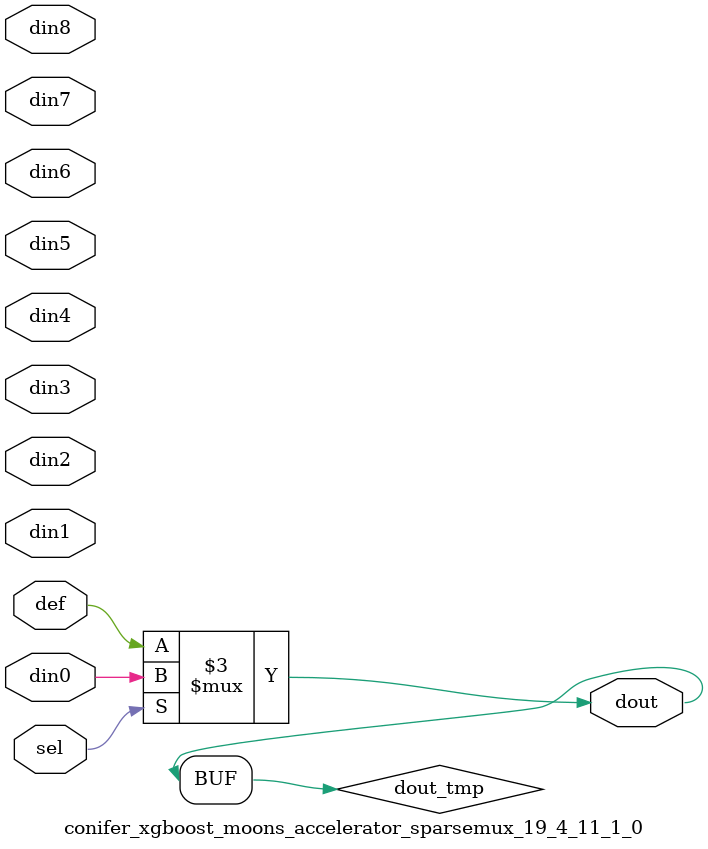
<source format=v>
`timescale 1ns / 1ps

module conifer_xgboost_moons_accelerator_sparsemux_19_4_11_1_0 (din0,din1,din2,din3,din4,din5,din6,din7,din8,def,sel,dout);

parameter din0_WIDTH = 1;

parameter din1_WIDTH = 1;

parameter din2_WIDTH = 1;

parameter din3_WIDTH = 1;

parameter din4_WIDTH = 1;

parameter din5_WIDTH = 1;

parameter din6_WIDTH = 1;

parameter din7_WIDTH = 1;

parameter din8_WIDTH = 1;

parameter def_WIDTH = 1;
parameter sel_WIDTH = 1;
parameter dout_WIDTH = 1;

parameter [sel_WIDTH-1:0] CASE0 = 1;

parameter [sel_WIDTH-1:0] CASE1 = 1;

parameter [sel_WIDTH-1:0] CASE2 = 1;

parameter [sel_WIDTH-1:0] CASE3 = 1;

parameter [sel_WIDTH-1:0] CASE4 = 1;

parameter [sel_WIDTH-1:0] CASE5 = 1;

parameter [sel_WIDTH-1:0] CASE6 = 1;

parameter [sel_WIDTH-1:0] CASE7 = 1;

parameter [sel_WIDTH-1:0] CASE8 = 1;

parameter ID = 1;
parameter NUM_STAGE = 1;



input [din0_WIDTH-1:0] din0;

input [din1_WIDTH-1:0] din1;

input [din2_WIDTH-1:0] din2;

input [din3_WIDTH-1:0] din3;

input [din4_WIDTH-1:0] din4;

input [din5_WIDTH-1:0] din5;

input [din6_WIDTH-1:0] din6;

input [din7_WIDTH-1:0] din7;

input [din8_WIDTH-1:0] din8;

input [def_WIDTH-1:0] def;
input [sel_WIDTH-1:0] sel;

output [dout_WIDTH-1:0] dout;



reg [dout_WIDTH-1:0] dout_tmp;

always @ (*) begin
case (sel)
    
    CASE0 : dout_tmp = din0;
    
    CASE1 : dout_tmp = din1;
    
    CASE2 : dout_tmp = din2;
    
    CASE3 : dout_tmp = din3;
    
    CASE4 : dout_tmp = din4;
    
    CASE5 : dout_tmp = din5;
    
    CASE6 : dout_tmp = din6;
    
    CASE7 : dout_tmp = din7;
    
    CASE8 : dout_tmp = din8;
    
    default : dout_tmp = def;
endcase
end


assign dout = dout_tmp;



endmodule

</source>
